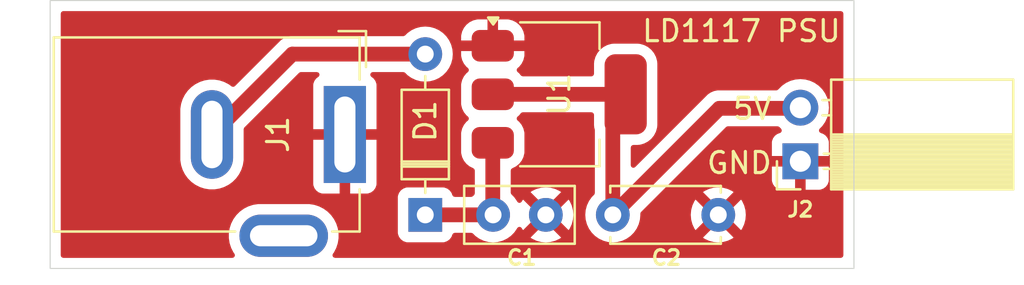
<source format=kicad_pcb>
(kicad_pcb (version 20240108) (generator "pcbnew") (generator_version "8.0")
  (layers (0 "F.Cu" signal) (31 "B.Cu" signal) (34 "B.Paste" user) (35 "F.Paste" user) (36 "B.SilkS" user "B.Silkscreen") (37 "F.SilkS" user "F.Silkscreen") (38 "B.Mask" user) (39 "F.Mask" user) (44 "Edge.Cuts" user))
  (net 0 "")
  (net 1 "Net-(D1-K)")
  (net 2 "GND")
  (net 3 "/5V")
  (net 4 "/7-15V")
  (footprint "Capacitor_THT:C_Disc_D5.0mm_W2.5mm_P5.00mm" (layer "F.Cu") (at 90.17 83.82)
    (property "Reference" "C2" (at 2.54 2.032 0) (layer "F.SilkS") (effects (font (size 0.7 0.7))))
    (property "Value" "10μF")
    (fp_line (start -0.12 -1.37) (end -0.12 -1.055) (stroke (width 0.12)) (layer "F.SilkS"))
    (fp_line (start -0.12 -1.37) (end 5.12 -1.37) (stroke (width 0.12)) (layer "F.SilkS"))
    (fp_line (start -0.12 1.055) (end -0.12 1.37) (stroke (width 0.12)) (layer "F.SilkS"))
    (fp_line (start -0.12 1.37) (end 5.12 1.37) (stroke (width 0.12)) (layer "F.SilkS"))
    (fp_line (start 5.12 -1.37) (end 5.12 -1.055) (stroke (width 0.12)) (layer "F.SilkS"))
    (fp_line (start 5.12 1.055) (end 5.12 1.37) (stroke (width 0.12)) (layer "F.SilkS"))
    (pad "1" thru_hole circle (at 0 0) (size 1.6 1.6) (drill 0.8) (layers "*.Cu" "*.Mask") (net 3 "/5V"))
    (pad "2" thru_hole circle (at 5 0) (size 1.6 1.6) (drill 0.8) (layers "*.Cu" "*.Mask") (net 2 "GND"))
  )
  (footprint "Package_TO_SOT_SMD:SOT-223-3_TabPin2" (layer "F.Cu") (at 87.63 78.105)
    (property "Reference" "U1" (at 0 0 90) (layer "F.SilkS"))
    (property "Value" "LD1117S50TR_SOT223")
    (fp_line (start -1.85 -3.41) (end 1.91 -3.41) (stroke (width 0.12)) (layer "F.SilkS"))
    (fp_line (start -1.85 3.41) (end 1.91 3.41) (stroke (width 0.12)) (layer "F.SilkS"))
    (fp_line (start 1.91 -3.41) (end 1.91 -2.15) (stroke (width 0.12)) (layer "F.SilkS"))
    (fp_line (start 1.91 3.41) (end 1.91 2.15) (stroke (width 0.12)) (layer "F.SilkS"))
    (fp_poly (pts (xy -3.13 -3.31) (xy -3.37 -3.64) (xy -2.89 -3.64) (xy -3.13 -3.31)) (stroke (width 0.12)) (fill solid) (layer "F.SilkS"))
    (pad "1" smd roundrect (at -3.15 -2.3) (size 2 1.5) (layers "F.Cu" "F.Paste" "F.Mask") (net 2 "GND"))
    (pad "2" smd roundrect (at -3.15 0) (size 2 1.5) (layers "F.Cu" "F.Paste" "F.Mask") (net 3 "/5V"))
    (pad "2" smd roundrect (at 3.15 0) (size 2 3.8) (layers "F.Cu" "F.Paste" "F.Mask") (net 3 "/5V"))
    (pad "3" smd roundrect (at -3.15 2.3) (size 2 1.5) (layers "F.Cu" "F.Paste" "F.Mask") (net 1 "Net-(D1-K)"))
  )
  (footprint "Diode_THT:D_DO-35_SOD27_P7.62mm_Horizontal" (layer "F.Cu") (at 81.28 83.82 90)
    (property "Reference" "D1" (at 4.445 0 -90) (layer "F.SilkS"))
    (property "Value" "BAT43")
    (fp_line (start 5.93 -1.12) (end 1.69 -1.12) (stroke (width 0.12)) (layer "F.SilkS"))
    (fp_line (start 2.53 -1.12) (end 2.53 1.12) (stroke (width 0.12)) (layer "F.SilkS"))
    (fp_line (start 2.41 -1.12) (end 2.41 1.12) (stroke (width 0.12)) (layer "F.SilkS"))
    (fp_line (start 2.29 -1.12) (end 2.29 1.12) (stroke (width 0.12)) (layer "F.SilkS"))
    (fp_line (start 1.69 -1.12) (end 1.69 1.12) (stroke (width 0.12)) (layer "F.SilkS"))
    (fp_line (start 6.58 0) (end 5.93 0) (stroke (width 0.12)) (layer "F.SilkS"))
    (fp_line (start 1.04 0) (end 1.69 0) (stroke (width 0.12)) (layer "F.SilkS"))
    (fp_line (start 5.93 1.12) (end 5.93 -1.12) (stroke (width 0.12)) (layer "F.SilkS"))
    (fp_line (start 1.69 1.12) (end 5.93 1.12) (stroke (width 0.12)) (layer "F.SilkS"))
    (pad "1" thru_hole rect (at 0 0 90) (size 1.6 1.6) (drill 0.8) (layers "*.Cu" "*.Mask") (net 1 "Net-(D1-K)"))
    (pad "2" thru_hole oval (at 7.62 0 90) (size 1.6 1.6) (drill 0.8) (layers "*.Cu" "*.Mask") (net 4 "/7-15V"))
  )
  (footprint "Capacitor_THT:C_Disc_D5.0mm_W2.5mm_P2.50mm" (layer "F.Cu") (at 84.495 83.82)
    (property "Reference" "C1" (at 1.357 2.032 0) (layer "F.SilkS") (effects (font (size 0.7 0.7))))
    (property "Value" "100nF")
    (fp_line (start -1.37 -1.37) (end -1.37 1.37) (stroke (width 0.12)) (layer "F.SilkS"))
    (fp_line (start -1.37 -1.37) (end 3.87 -1.37) (stroke (width 0.12)) (layer "F.SilkS"))
    (fp_line (start -1.37 1.37) (end 3.87 1.37) (stroke (width 0.12)) (layer "F.SilkS"))
    (fp_line (start 3.87 -1.37) (end 3.87 1.37) (stroke (width 0.12)) (layer "F.SilkS"))
    (pad "1" thru_hole circle (at 0 0) (size 1.6 1.6) (drill 0.8) (layers "*.Cu" "*.Mask") (net 1 "Net-(D1-K)"))
    (pad "2" thru_hole circle (at 2.5 0) (size 1.6 1.6) (drill 0.8) (layers "*.Cu" "*.Mask") (net 2 "GND"))
  )
  (footprint "Connector_BarrelJack:BarrelJack_GCT_DCJ200-10-A_Horizontal" (layer "F.Cu") (at 77.47 80.01 -90)
    (property "Reference" "J1" (at 0 3.175 90) (layer "F.SilkS"))
    (property "Value" "Barrel_Jack")
    (fp_line (start -4.6 13.8) (end -4.6 -0.7) (stroke (width 0.12)) (layer "F.SilkS"))
    (fp_line (start 4.6 13.8) (end -4.6 13.8) (stroke (width 0.12)) (layer "F.SilkS"))
    (fp_line (start 4.6 5.2) (end 4.6 13.8) (stroke (width 0.12)) (layer "F.SilkS"))
    (fp_line (start -4.6 -0.7) (end -2.6 -0.7) (stroke (width 0.12)) (layer "F.SilkS"))
    (fp_line (start 2.6 -0.7) (end 4.6 -0.7) (stroke (width 0.12)) (layer "F.SilkS"))
    (fp_line (start 4.6 -0.7) (end 4.6 0.6) (stroke (width 0.12)) (layer "F.SilkS"))
    (fp_line (start -4.9 -1) (end -4.9 0.3) (stroke (width 0.12)) (layer "F.SilkS"))
    (fp_line (start -3.2 -1) (end -4.9 -1) (stroke (width 0.12)) (layer "F.SilkS"))
    (pad "1" thru_hole rect (at 0 0 270) (size 4.6 2) (drill oval 3.6 1) (layers "*.Cu" "*.Mask") (net 2 "GND"))
    (pad "2" thru_hole oval (at 0 6.3 270) (size 4.2 2) (drill oval 3.2 1) (layers "*.Cu" "*.Mask") (net 4 "/7-15V"))
    (pad "3" thru_hole oval (at 4.8 2.9 270) (size 2 4.2) (drill oval 1 3.2) (layers "*.Cu" "*.Mask"))
  )
  (footprint "Connector_PinSocket_2.54mm:PinSocket_1x02_P2.54mm_Horizontal" (layer "F.Cu") (at 99.06 81.28 180)
    (property "Reference" "J2" (at 0 -2.286 180) (layer "F.SilkS") (effects (font (size 0.7 0.7))))
    (property "Value" "Conn_01x02_Pin")
    (fp_line (start 1.11 -1.33) (end 1.11 0) (stroke (width 0.12)) (layer "F.SilkS"))
    (fp_line (start 0 -1.33) (end 1.11 -1.33) (stroke (width 0.12)) (layer "F.SilkS"))
    (fp_line (start -1.46 2.9) (end -1.05 2.9) (stroke (width 0.12)) (layer "F.SilkS"))
    (fp_line (start -1.46 2.18) (end -1.05 2.18) (stroke (width 0.12)) (layer "F.SilkS"))
    (fp_line (start -1.46 0.36) (end -1.11 0.36) (stroke (width 0.12)) (layer "F.SilkS"))
    (fp_line (start -1.46 -0.36) (end -1.11 -0.36) (stroke (width 0.12)) (layer "F.SilkS"))
    (fp_line (start -1.46 -1.33) (end -1.46 3.87) (stroke (width 0.12)) (layer "F.SilkS"))
    (fp_line (start -10.09 3.87) (end -1.46 3.87) (stroke (width 0.12)) (layer "F.SilkS"))
    (fp_line (start -10.09 1.27) (end -1.46 1.27) (stroke (width 0.12)) (layer "F.SilkS"))
    (fp_line (start -10.09 1.1519) (end -1.46 1.1519) (stroke (width 0.12)) (layer "F.SilkS"))
    (fp_line (start -10.09 1.033805) (end -1.46 1.033805) (stroke (width 0.12)) (layer "F.SilkS"))
    (fp_line (start -10.09 0.91571) (end -1.46 0.91571) (stroke (width 0.12)) (layer "F.SilkS"))
    (fp_line (start -10.09 0.797615) (end -1.46 0.797615) (stroke (width 0.12)) (layer "F.SilkS"))
    (fp_line (start -10.09 0.67952) (end -1.46 0.67952) (stroke (width 0.12)) (layer "F.SilkS"))
    (fp_line (start -10.09 0.561425) (end -1.46 0.561425) (stroke (width 0.12)) (layer "F.SilkS"))
    (fp_line (start -10.09 0.44333) (end -1.46 0.44333) (stroke (width 0.12)) (layer "F.SilkS"))
    (fp_line (start -10.09 0.325235) (end -1.46 0.325235) (stroke (width 0.12)) (layer "F.SilkS"))
    (fp_line (start -10.09 0.20714) (end -1.46 0.20714) (stroke (width 0.12)) (layer "F.SilkS"))
    (fp_line (start -10.09 0.089045) (end -1.46 0.089045) (stroke (width 0.12)) (layer "F.SilkS"))
    (fp_line (start -10.09 -0.02905) (end -1.46 -0.02905) (stroke (width 0.12)) (layer "F.SilkS"))
    (fp_line (start -10.09 -0.147145) (end -1.46 -0.147145) (stroke (width 0.12)) (layer "F.SilkS"))
    (fp_line (start -10.09 -0.26524) (end -1.46 -0.26524) (stroke (width 0.12)) (layer "F.SilkS"))
    (fp_line (start -10.09 -0.383335) (end -1.46 -0.383335) (stroke (width 0.12)) (layer "F.SilkS"))
    (fp_line (start -10.09 -0.50143) (end -1.46 -0.50143) (stroke (width 0.12)) (layer "F.SilkS"))
    (fp_line (start -10.09 -0.619525) (end -1.46 -0.619525) (stroke (width 0.12)) (layer "F.SilkS"))
    (fp_line (start -10.09 -0.73762) (end -1.46 -0.73762) (stroke (width 0.12)) (layer "F.SilkS"))
    (fp_line (start -10.09 -0.855715) (end -1.46 -0.855715) (stroke (width 0.12)) (layer "F.SilkS"))
    (fp_line (start -10.09 -0.97381) (end -1.46 -0.97381) (stroke (width 0.12)) (layer "F.SilkS"))
    (fp_line (start -10.09 -1.091905) (end -1.46 -1.091905) (stroke (width 0.12)) (layer "F.SilkS"))
    (fp_line (start -10.09 -1.21) (end -1.46 -1.21) (stroke (width 0.12)) (layer "F.SilkS"))
    (fp_line (start -10.09 -1.33) (end -1.46 -1.33) (stroke (width 0.12)) (layer "F.SilkS"))
    (fp_line (start -10.09 -1.33) (end -10.09 3.87) (stroke (width 0.12)) (layer "F.SilkS"))
    (pad "1" thru_hole rect (at 0 0 180) (size 1.7 1.7) (drill 1) (layers "*.Cu" "*.Mask") (net 2 "GND"))
    (pad "2" thru_hole oval (at 0 2.54 180) (size 1.7 1.7) (drill 1) (layers "*.Cu" "*.Mask") (net 3 "/5V"))
  )
  (gr_rect (start 63.5 73.66) (end 101.6 86.36) (stroke (width 0.05)) (fill none) (layer "Edge.Cuts"))
  (gr_text "GND" (at 97.79 81.945 0) (layer "F.SilkS") (effects (font (size 1 1)) (justify right bottom)))
  (gr_text "LD1117 PSU" (at 96.266 75.692 0) (layer "F.SilkS") (effects (font (size 1 1)) (justify bottom)))
  (gr_text "5V" (at 97.79 79.375 0) (layer "F.SilkS") (effects (font (size 1 1)) (justify right bottom)))
  (segment (start 84.48 83.805) (end 84.495 83.82) (width 0.2) (layer "F.Cu") (net 1))
  (segment (start 84.48 80.405) (end 84.48 83.805) (width 0.7) (layer "F.Cu") (net 1))
  (segment (start 84.495 83.82) (end 81.28 83.82) (width 0.7) (layer "F.Cu") (net 1))
  (segment (start 90.17 83.82) (end 95.22 78.77) (width 0.7) (layer "F.Cu") (net 3))
  (segment (start 95.22 78.77) (end 98.47 78.77) (width 0.7) (layer "F.Cu") (net 3))
  (segment (start 90.17 78.715) (end 90.17 83.82) (width 0.7) (layer "F.Cu") (net 3))
  (segment (start 84.48 78.105) (end 90.78 78.105) (width 0.7) (layer "F.Cu") (net 3))
  (segment (start 90.78 78.105) (end 90.17 78.715) (width 0.5) (layer "F.Cu") (net 3))
  (segment (start 71.17 80.01) (end 74.98 76.2) (width 0.7) (layer "F.Cu") (net 4))
  (segment (start 74.98 76.2) (end 81.28 76.2) (width 0.7) (layer "F.Cu") (net 4))
  (zone (net 2) (net_name "GND") (layer "F.Cu") (connect_pads (clearance 0.5)) (min_thickness 0.25) (fill yes (thermal_gap 0.5) (thermal_bridge_width 0.5))
    (polygon (pts (xy 63.5 73.66) (xy 101.6 73.66) (xy 101.6 86.36) (xy 63.5 86.36)))
  )
)
</source>
